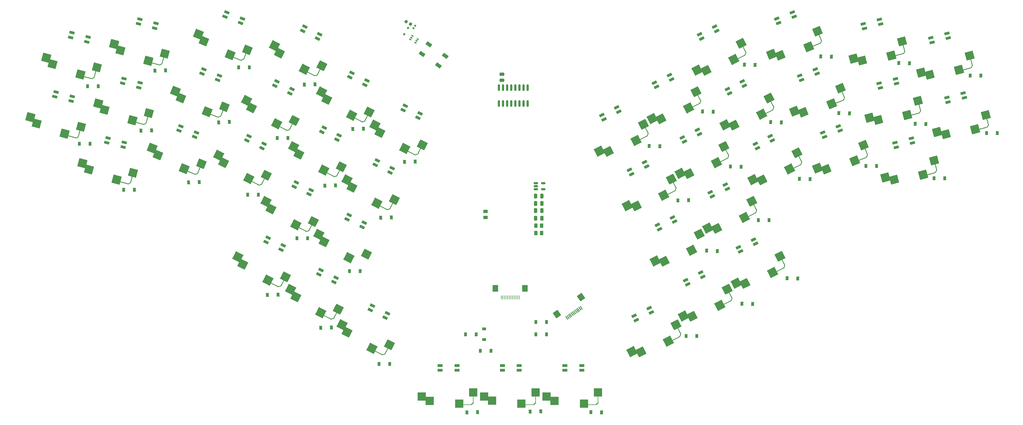
<source format=gbr>
%TF.GenerationSoftware,KiCad,Pcbnew,(6.0.4)*%
%TF.CreationDate,2023-01-08T23:29:15+01:00*%
%TF.ProjectId,Zazu,5a617a75-2e6b-4696-9361-645f70636258,rev?*%
%TF.SameCoordinates,Original*%
%TF.FileFunction,Paste,Bot*%
%TF.FilePolarity,Positive*%
%FSLAX46Y46*%
G04 Gerber Fmt 4.6, Leading zero omitted, Abs format (unit mm)*
G04 Created by KiCad (PCBNEW (6.0.4)) date 2023-01-08 23:29:15*
%MOMM*%
%LPD*%
G01*
G04 APERTURE LIST*
G04 Aperture macros list*
%AMRoundRect*
0 Rectangle with rounded corners*
0 $1 Rounding radius*
0 $2 $3 $4 $5 $6 $7 $8 $9 X,Y pos of 4 corners*
0 Add a 4 corners polygon primitive as box body*
4,1,4,$2,$3,$4,$5,$6,$7,$8,$9,$2,$3,0*
0 Add four circle primitives for the rounded corners*
1,1,$1+$1,$2,$3*
1,1,$1+$1,$4,$5*
1,1,$1+$1,$6,$7*
1,1,$1+$1,$8,$9*
0 Add four rect primitives between the rounded corners*
20,1,$1+$1,$2,$3,$4,$5,0*
20,1,$1+$1,$4,$5,$6,$7,0*
20,1,$1+$1,$6,$7,$8,$9,0*
20,1,$1+$1,$8,$9,$2,$3,0*%
%AMRotRect*
0 Rectangle, with rotation*
0 The origin of the aperture is its center*
0 $1 length*
0 $2 width*
0 $3 Rotation angle, in degrees counterclockwise*
0 Add horizontal line*
21,1,$1,$2,0,0,$3*%
G04 Aperture macros list end*
%ADD10RoundRect,0.082000X-0.718000X0.328000X-0.718000X-0.328000X0.718000X-0.328000X0.718000X0.328000X0*%
%ADD11RotRect,2.600000X2.600000X165.000000*%
%ADD12RotRect,2.550000X2.500000X165.000000*%
%ADD13RotRect,3.000000X0.250000X345.000000*%
%ADD14RoundRect,0.062500X-0.347636X-0.272877X0.410136X0.164623X0.347636X0.272877X-0.410136X-0.164623X0*%
%ADD15RotRect,4.000000X0.250000X75.000000*%
%ADD16RotRect,2.550000X2.500000X207.000000*%
%ADD17RotRect,2.600000X2.600000X207.000000*%
%ADD18RotRect,3.000000X0.250000X27.000000*%
%ADD19RoundRect,0.062500X-0.075754X-0.435401X0.194636X0.396774X0.075754X0.435401X-0.194636X-0.396774X0*%
%ADD20RotRect,4.000000X0.250000X117.000000*%
%ADD21RoundRect,0.082000X-0.778427X0.130992X-0.608642X-0.502656X0.778427X-0.130992X0.608642X0.502656X0*%
%ADD22RotRect,2.600000X2.600000X195.000000*%
%ADD23RotRect,2.550000X2.500000X195.000000*%
%ADD24RotRect,4.000000X0.250000X105.000000*%
%ADD25RoundRect,0.062500X-0.164623X-0.410136X0.272877X0.347636X0.164623X0.410136X-0.272877X-0.347636X0*%
%ADD26RotRect,3.000000X0.250000X15.000000*%
%ADD27RoundRect,0.082000X-0.490834X0.618215X-0.788652X0.033715X0.490834X-0.618215X0.788652X-0.033715X0*%
%ADD28RoundRect,0.082000X-0.788652X-0.033715X-0.490834X-0.618215X0.788652X0.033715X0.490834X0.618215X0*%
%ADD29RotRect,2.600000X2.600000X153.000000*%
%ADD30RotRect,2.550000X2.500000X153.000000*%
%ADD31RoundRect,0.082000X-0.608642X0.502656X-0.778427X-0.130992X0.608642X-0.502656X0.778427X0.130992X0*%
%ADD32RotRect,4.000000X0.250000X63.000000*%
%ADD33RoundRect,0.062500X-0.396774X-0.194636X0.435401X0.075754X0.396774X0.194636X-0.435401X-0.075754X0*%
%ADD34RotRect,3.000000X0.250000X333.000000*%
%ADD35R,2.600000X2.600000*%
%ADD36R,2.550000X2.500000*%
%ADD37R,3.000000X0.250000*%
%ADD38R,0.250000X4.000000*%
%ADD39RoundRect,0.062500X-0.265165X-0.353553X0.353553X0.265165X0.265165X0.353553X-0.353553X-0.265165X0*%
%ADD40RoundRect,0.082000X-0.788589X0.035149X-0.542847X-0.573084X0.788589X-0.035149X0.542847X0.573084X0*%
%ADD41RotRect,2.600000X2.600000X202.000000*%
%ADD42RotRect,2.550000X2.500000X202.000000*%
%ADD43RotRect,3.000000X0.250000X22.000000*%
%ADD44RotRect,4.000000X0.250000X112.000000*%
%ADD45RoundRect,0.062500X-0.113413X-0.427142X0.228476X0.378300X0.113413X0.427142X-0.228476X-0.378300X0*%
%ADD46RotRect,2.550000X2.500000X158.000000*%
%ADD47RotRect,2.600000X2.600000X158.000000*%
%ADD48RotRect,3.000000X0.250000X338.000000*%
%ADD49RotRect,4.000000X0.250000X68.000000*%
%ADD50RoundRect,0.062500X-0.378300X-0.228476X0.427142X0.113413X0.378300X0.228476X-0.427142X-0.113413X0*%
%ADD51RoundRect,0.082000X-0.542847X0.573084X-0.788589X-0.035149X0.542847X-0.573084X0.788589X0.035149X0*%
%ADD52RotRect,0.900000X1.200000X358.000000*%
%ADD53R,0.900000X1.200000*%
%ADD54RotRect,0.650000X0.400000X148.000000*%
%ADD55RoundRect,0.150000X0.034471X-0.227896X0.219943X0.068921X-0.034471X0.227896X-0.219943X-0.068921X0*%
%ADD56RoundRect,0.250000X0.250000X0.475000X-0.250000X0.475000X-0.250000X-0.475000X0.250000X-0.475000X0*%
%ADD57R,0.280000X1.250000*%
%ADD58R,1.800000X2.000000*%
%ADD59RotRect,0.900000X1.200000X2.000000*%
%ADD60RoundRect,0.150000X0.150000X-0.825000X0.150000X0.825000X-0.150000X0.825000X-0.150000X-0.825000X0*%
%ADD61RoundRect,0.140000X-0.069979X0.208813X-0.218357X-0.028640X0.069979X-0.208813X0.218357X0.028640X0*%
%ADD62RotRect,0.280000X1.250000X35.000000*%
%ADD63RotRect,1.800000X2.000000X35.000000*%
%ADD64RoundRect,0.250000X0.262500X0.450000X-0.262500X0.450000X-0.262500X-0.450000X0.262500X-0.450000X0*%
%ADD65RoundRect,0.250000X-0.262500X-0.450000X0.262500X-0.450000X0.262500X0.450000X-0.262500X0.450000X0*%
%ADD66RotRect,0.900000X1.200000X1.000000*%
%ADD67RoundRect,0.250000X0.450000X-0.262500X0.450000X0.262500X-0.450000X0.262500X-0.450000X-0.262500X0*%
%ADD68RoundRect,0.218750X-0.321302X-0.101392X0.049719X-0.333232X0.321302X0.101392X-0.049719X0.333232X0*%
%ADD69RotRect,0.900000X1.200000X359.000000*%
%ADD70R,1.200000X0.900000*%
%ADD71RoundRect,0.250000X-0.250000X-0.475000X0.250000X-0.475000X0.250000X0.475000X-0.250000X0.475000X0*%
%ADD72RoundRect,0.150000X-0.512500X-0.150000X0.512500X-0.150000X0.512500X0.150000X-0.512500X0.150000X0*%
%ADD73RoundRect,0.250000X0.475000X-0.250000X0.475000X0.250000X-0.475000X0.250000X-0.475000X-0.250000X0*%
%ADD74RotRect,1.800000X1.100000X325.000000*%
G04 APERTURE END LIST*
D10*
%TO.C,D73*%
X239840436Y-173514437D03*
X239840436Y-175014437D03*
X245040436Y-175014437D03*
X245040436Y-173514437D03*
%TD*%
D11*
%TO.C,SW7*%
X95429014Y-92557285D03*
D12*
X97431697Y-94474244D03*
D11*
X106012871Y-97674253D03*
D13*
X108154148Y-98604182D03*
D14*
X109939451Y-98783023D03*
D15*
X110805368Y-96675723D03*
D12*
X111095576Y-95502444D03*
%TD*%
D16*
%TO.C,SW26*%
X295560952Y-148119292D03*
D17*
X292789973Y-148034770D03*
D18*
X306292755Y-144013713D03*
D19*
X307739161Y-142952018D03*
D16*
X306403194Y-139740473D03*
D17*
X304079231Y-144755436D03*
D20*
X306972603Y-140806577D03*
%TD*%
D21*
%TO.C,D42*%
X341967477Y-104647526D03*
X342355705Y-106096415D03*
X347378520Y-104750556D03*
X346990291Y-103301667D03*
%TD*%
D12*
%TO.C,SW40*%
X92558887Y-112891891D03*
D11*
X90556204Y-110974932D03*
D15*
X105932558Y-115093370D03*
D13*
X103281338Y-117021829D03*
D14*
X105066641Y-117200670D03*
D12*
X106222766Y-113920091D03*
D11*
X101140061Y-116091900D03*
%TD*%
D22*
%TO.C,SW44*%
X354997140Y-101350328D03*
D23*
X357689993Y-102009123D03*
D24*
X370372672Y-97228823D03*
D22*
X366721513Y-100489825D03*
D25*
X370676416Y-99486757D03*
D26*
X369040879Y-100224528D03*
D23*
X370037360Y-96067629D03*
%TD*%
D22*
%TO.C,SW34*%
X329112229Y-78602702D03*
D23*
X331805082Y-79261497D03*
D24*
X344487761Y-74481197D03*
D23*
X344152449Y-73320003D03*
D22*
X340836602Y-77742199D03*
D25*
X344791505Y-76739131D03*
D26*
X343155968Y-77476902D03*
%TD*%
D27*
%TO.C,D85*%
X148049543Y-133999589D03*
X147368557Y-135336098D03*
X152001791Y-137696849D03*
X152682777Y-136360339D03*
%TD*%
D11*
%TO.C,SW39*%
X74445642Y-96750932D03*
D12*
X76448325Y-98667891D03*
D11*
X85029499Y-101867900D03*
D13*
X87170776Y-102797829D03*
D12*
X90112204Y-99696091D03*
D14*
X88956079Y-102976670D03*
D15*
X89821996Y-100869370D03*
%TD*%
D21*
%TO.C,D56*%
X337039123Y-86244201D03*
X337427351Y-87693090D03*
X342450166Y-86347231D03*
X342061937Y-84898342D03*
%TD*%
D28*
%TO.C,D50*%
X251211132Y-96101430D03*
X251892118Y-97437940D03*
X256525352Y-95077189D03*
X255844366Y-93740680D03*
%TD*%
D29*
%TO.C,SW20*%
X163741242Y-132956793D03*
D30*
X165301602Y-135248243D03*
X178453119Y-139094854D03*
D29*
X173029938Y-140162451D03*
%TD*%
D28*
%TO.C,D57*%
X267513306Y-86059334D03*
X268194292Y-87395844D03*
X272827526Y-85035093D03*
X272146540Y-83698584D03*
%TD*%
D31*
%TO.C,D48*%
X98517320Y-103190161D03*
X98129091Y-104639050D03*
X103151906Y-105984909D03*
X103540134Y-104536020D03*
%TD*%
D21*
%TO.C,D49*%
X357999283Y-90627961D03*
X358387511Y-92076850D03*
X363410326Y-90730991D03*
X363022097Y-89282102D03*
%TD*%
D16*
%TO.C,SW21*%
X279224413Y-158291101D03*
D17*
X276453434Y-158206579D03*
D19*
X291402622Y-153123827D03*
D20*
X290636064Y-150978386D03*
D18*
X289956216Y-154185522D03*
D17*
X287742692Y-154927245D03*
D16*
X290066655Y-149912282D03*
%TD*%
D31*
%TO.C,D46*%
X87301632Y-70632043D03*
X86913403Y-72080932D03*
X91936218Y-73426791D03*
X92324446Y-71977902D03*
%TD*%
D23*
%TO.C,SW43*%
X341658187Y-116028688D03*
D22*
X338965334Y-115369893D03*
D25*
X354644610Y-113506322D03*
D24*
X354340866Y-111248388D03*
D23*
X354005554Y-110087194D03*
D26*
X353009073Y-114244093D03*
D22*
X350689707Y-114509390D03*
%TD*%
D17*
%TO.C,SW23*%
X267766347Y-141175660D03*
D16*
X270537326Y-141260182D03*
D17*
X279055605Y-137896326D03*
D16*
X281379568Y-132881363D03*
%TD*%
D28*
%TO.C,D51*%
X293496559Y-136926574D03*
X294177545Y-138263084D03*
X298810779Y-135902333D03*
X298129793Y-134565824D03*
%TD*%
D17*
%TO.C,SW25*%
X275432539Y-114096653D03*
D16*
X278203518Y-114181175D03*
X289045760Y-105802356D03*
D18*
X288935321Y-110075596D03*
D20*
X289615169Y-106868460D03*
D17*
X286721797Y-110817319D03*
D19*
X290381727Y-109013901D03*
%TD*%
D30*
%TO.C,SW4*%
X151525731Y-76979940D03*
D29*
X149965371Y-74688490D03*
D30*
X164677248Y-80826551D03*
D29*
X159254067Y-81894148D03*
D32*
X164149442Y-81913854D03*
D33*
X162864315Y-83795070D03*
D34*
X161155210Y-83248952D03*
%TD*%
D27*
%TO.C,D61*%
X150741594Y-85660019D03*
X150060608Y-86996528D03*
X154693842Y-89357279D03*
X155374828Y-88020769D03*
%TD*%
%TO.C,D84*%
X173146933Y-126997347D03*
X172465947Y-128333856D03*
X177099181Y-130694607D03*
X177780167Y-129358097D03*
%TD*%
D31*
%TO.C,D91*%
X82406758Y-88966161D03*
X82018529Y-90415050D03*
X87041344Y-91760909D03*
X87429572Y-90312020D03*
%TD*%
D27*
%TO.C,D90*%
X190426234Y-93211642D03*
X189745248Y-94548151D03*
X194378482Y-96908902D03*
X195059468Y-95572392D03*
%TD*%
D30*
%TO.C,SW8*%
X166144939Y-91276920D03*
D29*
X164584579Y-88985470D03*
D34*
X175774418Y-97545932D03*
D32*
X178768650Y-96210834D03*
D30*
X179296456Y-95123531D03*
D33*
X177483523Y-98092050D03*
D29*
X173873275Y-96191128D03*
%TD*%
D31*
%TO.C,D83*%
X103386944Y-84775086D03*
X102998715Y-86223975D03*
X108021530Y-87569834D03*
X108409758Y-86120945D03*
%TD*%
D35*
%TO.C,SW22*%
X234167848Y-183091129D03*
D36*
X236598436Y-184424437D03*
X250062848Y-181881129D03*
D37*
X248024436Y-185638476D03*
D38*
X250086195Y-183089541D03*
D39*
X249795192Y-185349153D03*
D35*
X245715437Y-185294437D03*
%TD*%
D10*
%TO.C,D59*%
X201234852Y-173514438D03*
X201234852Y-175014438D03*
X206434852Y-175014438D03*
X206434852Y-173514438D03*
%TD*%
D40*
%TO.C,D88*%
X319612761Y-101489393D03*
X320174670Y-102880169D03*
X324996026Y-100932215D03*
X324434117Y-99541439D03*
%TD*%
D27*
%TO.C,D67*%
X159367411Y-68730898D03*
X158686425Y-70067407D03*
X163319659Y-72428158D03*
X164000645Y-71091648D03*
%TD*%
D41*
%TO.C,SW33*%
X310823193Y-94877241D03*
D42*
X313576261Y-95202948D03*
D43*
X324625050Y-92048331D03*
D41*
X322355305Y-92594310D03*
D44*
X325581833Y-88912651D03*
D42*
X325107507Y-87800977D03*
D45*
X326158485Y-91116738D03*
%TD*%
D29*
%TO.C,SW16*%
X155017827Y-149995069D03*
D30*
X156578187Y-152286519D03*
D34*
X166207666Y-158555531D03*
D33*
X167916771Y-159101649D03*
D30*
X169729704Y-156133130D03*
D29*
X164306523Y-157200727D03*
D32*
X169201898Y-157220433D03*
%TD*%
D17*
%TO.C,SW28*%
X280756050Y-82202906D03*
D16*
X283527029Y-82287428D03*
D18*
X294258832Y-78181849D03*
D20*
X294938680Y-74974713D03*
D17*
X292045308Y-78923572D03*
D19*
X295705238Y-77120154D03*
D16*
X294369271Y-73908609D03*
%TD*%
D29*
%TO.C,SW5*%
X141339553Y-91617611D03*
D30*
X142899913Y-93909061D03*
D29*
X150628249Y-98823269D03*
D33*
X154238497Y-100724191D03*
D30*
X156051430Y-97755672D03*
D32*
X155523624Y-98842975D03*
D34*
X152529392Y-100178073D03*
%TD*%
D28*
%TO.C,D72*%
X298714270Y-104952957D03*
X299395256Y-106289467D03*
X304028490Y-103928716D03*
X303347504Y-102592207D03*
%TD*%
D10*
%TO.C,D66*%
X220514848Y-173511130D03*
X220514848Y-175011130D03*
X225714848Y-175011130D03*
X225714848Y-173511130D03*
%TD*%
D29*
%TO.C,SW15*%
X147332941Y-122843722D03*
D30*
X148893301Y-125135172D03*
D34*
X158522780Y-131404184D03*
D32*
X161517012Y-130069086D03*
D30*
X162044818Y-128981783D03*
D33*
X160231885Y-131950302D03*
D29*
X156621637Y-130049380D03*
%TD*%
D23*
%TO.C,SW45*%
X352722629Y-83602417D03*
D22*
X350029776Y-82943622D03*
D24*
X365405308Y-78822117D03*
D23*
X365069996Y-77660923D03*
D26*
X364073515Y-81817822D03*
D22*
X361754149Y-82083119D03*
D25*
X365709052Y-81080051D03*
%TD*%
D28*
%TO.C,D44*%
X259836951Y-113030556D03*
X260517937Y-114367066D03*
X265151171Y-112006315D03*
X264470185Y-110669806D03*
%TD*%
%TO.C,D65*%
X284764942Y-119917586D03*
X285445928Y-121254096D03*
X290079162Y-118893345D03*
X289398176Y-117556836D03*
%TD*%
D27*
%TO.C,D41*%
X164419867Y-144037476D03*
X163738881Y-145373985D03*
X168372115Y-147734736D03*
X169053101Y-146398226D03*
%TD*%
D22*
%TO.C,SW31*%
X334038454Y-96962749D03*
D23*
X336731307Y-97621544D03*
D26*
X348082193Y-95836949D03*
D25*
X349717730Y-95099178D03*
D23*
X349078674Y-91680050D03*
D22*
X345762827Y-96102246D03*
D24*
X349413986Y-92841244D03*
%TD*%
D30*
%TO.C,SW41*%
X172437431Y-163256079D03*
D29*
X170877071Y-160964629D03*
D33*
X183776015Y-170071209D03*
D32*
X185061142Y-168189993D03*
D30*
X185588948Y-167102690D03*
D29*
X180165767Y-168170287D03*
D34*
X182066910Y-169525091D03*
%TD*%
D16*
%TO.C,SW30*%
X300778663Y-116145675D03*
D17*
X298007684Y-116061153D03*
D18*
X311510466Y-112040096D03*
D17*
X309296942Y-112781819D03*
D16*
X311620905Y-107766856D03*
D20*
X312190314Y-108832960D03*
D19*
X312956872Y-110978401D03*
%TD*%
D16*
%TO.C,SW42*%
X263340828Y-169349461D03*
D17*
X260569849Y-169264939D03*
D18*
X274072631Y-165243882D03*
D17*
X271859107Y-165985605D03*
D19*
X275519037Y-164182187D03*
D16*
X274183070Y-160970642D03*
D20*
X274752479Y-162036746D03*
%TD*%
D28*
%TO.C,D64*%
X281462634Y-71094710D03*
X282143620Y-72431220D03*
X286776854Y-70070469D03*
X286095868Y-68733960D03*
%TD*%
D46*
%TO.C,SW6*%
X113936623Y-108438711D03*
D47*
X112182487Y-106291975D03*
D46*
X127373348Y-111124454D03*
D47*
X122063851Y-112660649D03*
D48*
X124075838Y-113844603D03*
D49*
X126942316Y-112253620D03*
D50*
X125826037Y-114239684D03*
%TD*%
D36*
%TO.C,SW12*%
X197992854Y-184424439D03*
D35*
X195562266Y-183091131D03*
D38*
X211480613Y-183089543D03*
D36*
X211457266Y-181881131D03*
D35*
X207109855Y-185294439D03*
D37*
X209418854Y-185638478D03*
D39*
X211189610Y-185349155D03*
%TD*%
D27*
%TO.C,D54*%
X165360798Y-99957003D03*
X164679812Y-101293512D03*
X169313046Y-103654263D03*
X169994032Y-102317753D03*
%TD*%
D46*
%TO.C,SW1*%
X128171668Y-73205723D03*
D47*
X126417532Y-71058987D03*
X136298896Y-77427661D03*
D46*
X141608393Y-75891466D03*
D48*
X138310883Y-78611615D03*
D50*
X140061082Y-79006696D03*
D49*
X141177361Y-77020632D03*
%TD*%
D40*
%TO.C,D71*%
X305377714Y-66256406D03*
X305939623Y-67647182D03*
X310760979Y-65699228D03*
X310199070Y-64308452D03*
%TD*%
D27*
%TO.C,D69*%
X156734981Y-116886128D03*
X156053995Y-118222637D03*
X160687229Y-120583388D03*
X161368215Y-119246878D03*
%TD*%
D28*
%TO.C,D58*%
X268473580Y-130063421D03*
X269154566Y-131399931D03*
X273787800Y-129039180D03*
X273106814Y-127702671D03*
%TD*%
%TO.C,D86*%
X276139123Y-102988458D03*
X276820109Y-104324968D03*
X281453343Y-101964217D03*
X280772357Y-100627708D03*
%TD*%
D30*
%TO.C,SW11*%
X140207861Y-142248634D03*
D29*
X138647501Y-139957184D03*
D32*
X152831572Y-147182548D03*
D34*
X149837340Y-148517646D03*
D33*
X151546445Y-149063764D03*
D30*
X153359378Y-146095245D03*
D29*
X147936197Y-147162842D03*
%TD*%
D27*
%TO.C,D52*%
X180282762Y-155005183D03*
X179601776Y-156341692D03*
X184235010Y-158702443D03*
X184915996Y-157365933D03*
%TD*%
D40*
%TO.C,D63*%
X312495235Y-83872898D03*
X313057144Y-85263674D03*
X317878500Y-83315720D03*
X317316591Y-81924944D03*
%TD*%
D16*
%TO.C,SW19*%
X261901344Y-124223275D03*
D17*
X259130365Y-124138753D03*
D16*
X272743586Y-115844456D03*
D18*
X272633147Y-120117696D03*
D20*
X273312995Y-116910560D03*
D19*
X274079553Y-119056001D03*
D17*
X270419623Y-120859419D03*
%TD*%
D27*
%TO.C,D62*%
X142115772Y-102589145D03*
X141434786Y-103925654D03*
X146068020Y-106286405D03*
X146749006Y-104949895D03*
%TD*%
D12*
%TO.C,SW3*%
X102341746Y-76103855D03*
D11*
X100339063Y-74186896D03*
D12*
X116005625Y-77132055D03*
D11*
X110922920Y-79303864D03*
D15*
X115715417Y-78305334D03*
D13*
X113064197Y-80233793D03*
D14*
X114849500Y-80412634D03*
%TD*%
D21*
%TO.C,D87*%
X332112898Y-67884155D03*
X332501126Y-69333044D03*
X337523941Y-67987185D03*
X337135712Y-66538296D03*
%TD*%
D51*
%TO.C,D60*%
X135264557Y-64304622D03*
X134702648Y-65695398D03*
X139524004Y-67643352D03*
X140085913Y-66252576D03*
%TD*%
D29*
%TO.C,SW10*%
X132713733Y-108546737D03*
D30*
X134274093Y-110838187D03*
D33*
X145612677Y-117653317D03*
D30*
X147425610Y-114684798D03*
D34*
X143903572Y-117107199D03*
D29*
X142002429Y-115752395D03*
D32*
X146897804Y-115772101D03*
%TD*%
D41*
%TO.C,SW32*%
X303705673Y-77260749D03*
D42*
X306458741Y-77586456D03*
D43*
X317507530Y-74431839D03*
D42*
X317989987Y-70184485D03*
D45*
X319040965Y-73500246D03*
D41*
X315237785Y-74977818D03*
D44*
X318464313Y-71296159D03*
%TD*%
D21*
%TO.C,D92*%
X353031919Y-72221255D03*
X353420147Y-73670144D03*
X358442962Y-72324285D03*
X358054733Y-70875396D03*
%TD*%
D29*
%TO.C,SW9*%
X155958757Y-105914597D03*
D30*
X157519117Y-108206047D03*
D33*
X168857701Y-115021177D03*
D30*
X170670634Y-112052658D03*
D29*
X165247453Y-113120255D03*
D32*
X170142828Y-113139961D03*
D34*
X167148596Y-114475059D03*
%TD*%
D30*
%TO.C,SW13*%
X182584553Y-101460685D03*
D29*
X181024193Y-99169235D03*
X190312889Y-106374893D03*
D33*
X193923137Y-108275815D03*
D34*
X192214032Y-107729697D03*
D30*
X195736070Y-105307296D03*
D32*
X195208264Y-106394599D03*
%TD*%
D27*
%TO.C,D47*%
X181800412Y-110140765D03*
X181119426Y-111477274D03*
X185752660Y-113838025D03*
X186433646Y-112501515D03*
%TD*%
D11*
%TO.C,SW38*%
X79340516Y-78416814D03*
D12*
X81343199Y-80333773D03*
X95007078Y-81361973D03*
D14*
X93850953Y-84642552D03*
D13*
X92065650Y-84463711D03*
D11*
X89924373Y-83533782D03*
D15*
X94716870Y-82535252D03*
%TD*%
D16*
%TO.C,SW18*%
X253275524Y-107294149D03*
D17*
X250504545Y-107209627D03*
D18*
X264007327Y-103188570D03*
D16*
X264117766Y-98915330D03*
D17*
X261793803Y-103930293D03*
D20*
X264687175Y-99981434D03*
D19*
X265453733Y-102126875D03*
%TD*%
D28*
%TO.C,D89*%
X261277082Y-158152700D03*
X261958068Y-159489210D03*
X266591302Y-157128459D03*
X265910316Y-155791950D03*
%TD*%
D16*
%TO.C,SW24*%
X269577697Y-97252052D03*
D17*
X266806718Y-97167530D03*
D19*
X281755906Y-92084778D03*
D18*
X280309500Y-93146473D03*
D20*
X280989348Y-89939337D03*
D16*
X280419939Y-88873233D03*
D17*
X278095976Y-93888196D03*
%TD*%
D36*
%TO.C,SW17*%
X217272848Y-184421130D03*
D35*
X214842260Y-183087822D03*
D39*
X230469604Y-185345846D03*
D36*
X230737260Y-181877822D03*
D38*
X230760607Y-183086234D03*
D35*
X226389849Y-185291130D03*
D37*
X228698848Y-185635169D03*
%TD*%
D28*
%TO.C,D70*%
X290088454Y-88023835D03*
X290769440Y-89360345D03*
X295402674Y-86999594D03*
X294721688Y-85663085D03*
%TD*%
%TO.C,D45*%
X277160020Y-147098382D03*
X277841006Y-148434892D03*
X282474240Y-146074141D03*
X281793254Y-144737632D03*
%TD*%
D51*
%TO.C,D55*%
X121029509Y-99537609D03*
X120467600Y-100928385D03*
X125288956Y-102876339D03*
X125850865Y-101485563D03*
%TD*%
D16*
%TO.C,SW29*%
X292152847Y-99216553D03*
D17*
X289381868Y-99132031D03*
D19*
X304331056Y-94049279D03*
D16*
X302995089Y-90837734D03*
D18*
X302884650Y-95110974D03*
D20*
X303564498Y-91903838D03*
D17*
X300671126Y-95852697D03*
%TD*%
D41*
%TO.C,SW46*%
X317940720Y-112493735D03*
D42*
X320693788Y-112819442D03*
D45*
X333276012Y-108733232D03*
D44*
X332699360Y-106529145D03*
D42*
X332225034Y-105417471D03*
D43*
X331742577Y-109664825D03*
D41*
X329472832Y-110210804D03*
%TD*%
D46*
%TO.C,SW2*%
X121054435Y-90822625D03*
D47*
X119300299Y-88675889D03*
D49*
X134060128Y-94637534D03*
D48*
X131193650Y-96228517D03*
D46*
X134491160Y-93508368D03*
D47*
X129181663Y-95044563D03*
D50*
X132943849Y-96623598D03*
%TD*%
D31*
%TO.C,D53*%
X108296995Y-66404695D03*
X107908766Y-67853584D03*
X112931581Y-69199443D03*
X113319809Y-67750554D03*
%TD*%
D17*
%TO.C,SW27*%
X284058355Y-131025782D03*
D16*
X286829334Y-131110304D03*
D19*
X299007543Y-125943030D03*
D20*
X298240985Y-123797589D03*
D17*
X295347613Y-127746448D03*
D18*
X297561137Y-127004725D03*
D16*
X297671576Y-122731485D03*
%TD*%
D30*
%TO.C,SW14*%
X173958731Y-118389810D03*
D29*
X172398371Y-116098360D03*
D32*
X186582442Y-123323724D03*
D30*
X187110248Y-122236421D03*
D29*
X181687067Y-123304018D03*
D33*
X185297315Y-125204940D03*
D34*
X183588210Y-124658822D03*
%TD*%
D27*
%TO.C,D74*%
X173986620Y-83027877D03*
X173305634Y-84364386D03*
X177938868Y-86725137D03*
X178619854Y-85388627D03*
%TD*%
D51*
%TO.C,D68*%
X128147323Y-81921524D03*
X127585414Y-83312300D03*
X132406770Y-85260254D03*
X132968679Y-83869478D03*
%TD*%
D52*
%TO.C,D29*%
X303505441Y-98260854D03*
X306803431Y-98376022D03*
%TD*%
D53*
%TO.C,D39*%
X230860436Y-160040438D03*
X234160436Y-160040438D03*
%TD*%
D54*
%TO.C,U6*%
X194302529Y-72616630D03*
X193958082Y-73167861D03*
X193613634Y-73719093D03*
X192002343Y-72712246D03*
X192346790Y-72161015D03*
X192691238Y-71609783D03*
%TD*%
D55*
%TO.C,D40*%
X190131277Y-71078492D03*
X191323595Y-69170384D03*
%TD*%
D56*
%TO.C,C4*%
X232673275Y-121136078D03*
X230773275Y-121136078D03*
%TD*%
D53*
%TO.C,D15*%
X156946436Y-134132438D03*
X160246436Y-134132438D03*
%TD*%
D57*
%TO.C,J2*%
X220142000Y-152428000D03*
X220642000Y-152428000D03*
X221142000Y-152428000D03*
X221642000Y-152428000D03*
X222142000Y-152428000D03*
X222642000Y-152428000D03*
X223142000Y-152428000D03*
X223642000Y-152428000D03*
X224142000Y-152428000D03*
X224642000Y-152428000D03*
X225142000Y-152428000D03*
X225642000Y-152428000D03*
D58*
X227442000Y-149704000D03*
X218342000Y-149704000D03*
%TD*%
D59*
%TO.C,D3*%
X112972349Y-82374022D03*
X116270339Y-82258854D03*
%TD*%
D52*
%TO.C,D23*%
X283683441Y-137996854D03*
X286981431Y-138112022D03*
%TD*%
D60*
%TO.C,U2*%
X228286347Y-92557081D03*
X227016347Y-92557081D03*
X225746347Y-92557081D03*
X224476347Y-92557081D03*
X223206347Y-92557081D03*
X221936347Y-92557081D03*
X220666347Y-92557081D03*
X219396347Y-92557081D03*
X219396347Y-87607081D03*
X220666347Y-87607081D03*
X221936347Y-87607081D03*
X223206347Y-87607081D03*
X224476347Y-87607081D03*
X225746347Y-87607081D03*
X227016347Y-87607081D03*
X228286347Y-87607081D03*
%TD*%
D53*
%TO.C,D37*%
X213622000Y-168964003D03*
X216922000Y-168964003D03*
%TD*%
D61*
%TO.C,C6*%
X193521797Y-68447375D03*
X193013075Y-69261501D03*
%TD*%
D53*
%TO.C,D10*%
X141706436Y-120670438D03*
X145006436Y-120670438D03*
%TD*%
D59*
%TO.C,D9*%
X165583441Y-117934022D03*
X168881431Y-117818854D03*
%TD*%
D53*
%TO.C,D27*%
X299694436Y-128544438D03*
X302994436Y-128544438D03*
%TD*%
D62*
%TO.C,J1*%
X240409538Y-158811267D03*
X240819114Y-158524479D03*
X241228690Y-158237691D03*
X241638266Y-157950903D03*
X242047842Y-157664114D03*
X242457418Y-157377326D03*
X242866994Y-157090538D03*
X243276570Y-156803750D03*
X243686146Y-156516962D03*
X244095722Y-156230173D03*
X244505298Y-155943385D03*
X244914874Y-155656597D03*
D63*
X244826926Y-152392789D03*
X237372642Y-157612335D03*
%TD*%
D52*
%TO.C,D22*%
X247879441Y-187922854D03*
X251177431Y-188038022D03*
%TD*%
D64*
%TO.C,R1*%
X232635773Y-132566079D03*
X230810773Y-132566079D03*
%TD*%
D65*
%TO.C,R2*%
X230810775Y-130280080D03*
X232635775Y-130280080D03*
%TD*%
D66*
%TO.C,D19*%
X274802687Y-122477234D03*
X278102185Y-122419642D03*
%TD*%
D53*
%TO.C,D81*%
X370306436Y-101620438D03*
X373606436Y-101620438D03*
%TD*%
D52*
%TO.C,D21*%
X294615441Y-154394854D03*
X297913431Y-154510022D03*
%TD*%
D67*
%TO.C,R3*%
X215272001Y-127712503D03*
X215272001Y-125887503D03*
%TD*%
D53*
%TO.C,D82*%
X365226436Y-83840438D03*
X368526436Y-83840438D03*
%TD*%
%TO.C,D38*%
X230860436Y-163850438D03*
X234160436Y-163850438D03*
%TD*%
D59*
%TO.C,D16*%
X164313441Y-161876022D03*
X167611431Y-161760854D03*
%TD*%
D52*
%TO.C,D24*%
X282423441Y-94958854D03*
X285721431Y-95074022D03*
%TD*%
D59*
%TO.C,D17*%
X229083441Y-187784022D03*
X232381431Y-187668854D03*
%TD*%
D52*
%TO.C,D30*%
X312395441Y-115786854D03*
X315693431Y-115902022D03*
%TD*%
D59*
%TO.C,D7*%
X108687441Y-100916022D03*
X111985431Y-100800854D03*
%TD*%
D68*
%TO.C,F1*%
X190694598Y-67167127D03*
X192030274Y-68001749D03*
%TD*%
D53*
%TO.C,D80*%
X354050436Y-115590438D03*
X357350436Y-115590438D03*
%TD*%
D69*
%TO.C,D25*%
X291058687Y-112005642D03*
X294358185Y-112063234D03*
%TD*%
D70*
%TO.C,D35*%
X214857436Y-162234004D03*
X214857436Y-165534004D03*
%TD*%
D53*
%TO.C,D20*%
X173202436Y-144292438D03*
X176502436Y-144292438D03*
%TD*%
D59*
%TO.C,D6*%
X123419441Y-116918022D03*
X126717431Y-116802854D03*
%TD*%
%TO.C,D14*%
X182855441Y-127840022D03*
X186153431Y-127724854D03*
%TD*%
D52*
%TO.C,D34*%
X343129441Y-79972854D03*
X346427431Y-80088022D03*
%TD*%
D53*
%TO.C,D5*%
X150850436Y-103144438D03*
X154150436Y-103144438D03*
%TD*%
D71*
%TO.C,C3*%
X230773275Y-123422082D03*
X232673275Y-123422082D03*
%TD*%
D59*
%TO.C,D2*%
X132753441Y-98322022D03*
X136051431Y-98206854D03*
%TD*%
D52*
%TO.C,D18*%
X265913441Y-105626854D03*
X269211431Y-105742022D03*
%TD*%
D59*
%TO.C,D12*%
X209525441Y-188038022D03*
X212823431Y-187922854D03*
%TD*%
D53*
%TO.C,D1*%
X138912436Y-81300438D03*
X142212436Y-81300438D03*
%TD*%
%TO.C,D78*%
X182346436Y-172994438D03*
X185646436Y-172994438D03*
%TD*%
D52*
%TO.C,D32*%
X318999441Y-77940854D03*
X322297431Y-78056022D03*
%TD*%
D59*
%TO.C,D4*%
X159233441Y-86692022D03*
X162531431Y-86576854D03*
%TD*%
D53*
%TO.C,D77*%
X103352436Y-119146438D03*
X106652436Y-119146438D03*
%TD*%
%TO.C,D79*%
X277342436Y-164358438D03*
X280642436Y-164358438D03*
%TD*%
D52*
%TO.C,D28*%
X295377441Y-80480854D03*
X298675431Y-80596022D03*
%TD*%
D53*
%TO.C,D75*%
X92176436Y-87142438D03*
X95476436Y-87142438D03*
%TD*%
D52*
%TO.C,D26*%
X308585441Y-146520854D03*
X311883431Y-146636022D03*
%TD*%
D72*
%TO.C,U3*%
X230839772Y-119038078D03*
X230839772Y-118088078D03*
X230839772Y-117138078D03*
X233114772Y-117138078D03*
X233114772Y-119038078D03*
%TD*%
D52*
%TO.C,D31*%
X348209441Y-98768854D03*
X351507431Y-98884022D03*
%TD*%
D59*
%TO.C,D13*%
X190221441Y-110568022D03*
X193519431Y-110452854D03*
%TD*%
D73*
%TO.C,C5*%
X220351998Y-85332002D03*
X220351998Y-83432002D03*
%TD*%
D53*
%TO.C,D43*%
X332968436Y-111780438D03*
X336268436Y-111780438D03*
%TD*%
D71*
%TO.C,C1*%
X230773274Y-127994079D03*
X232673274Y-127994079D03*
%TD*%
D74*
%TO.C,SW35*%
X197747745Y-74196920D03*
X202826488Y-77753094D03*
X195625512Y-77227782D03*
X200704255Y-80783956D03*
%TD*%
D59*
%TO.C,D8*%
X174219440Y-100408022D03*
X177517430Y-100292854D03*
%TD*%
D71*
%TO.C,C2*%
X230773273Y-125627258D03*
X232673273Y-125627258D03*
%TD*%
D59*
%TO.C,D11*%
X147803441Y-151716022D03*
X151101431Y-151600854D03*
%TD*%
D53*
%TO.C,D36*%
X212349999Y-163884001D03*
X209049999Y-163884001D03*
%TD*%
%TO.C,D76*%
X89636436Y-104922438D03*
X92936436Y-104922438D03*
%TD*%
D52*
%TO.C,D33*%
X324587441Y-95466854D03*
X327885431Y-95582022D03*
%TD*%
M02*

</source>
